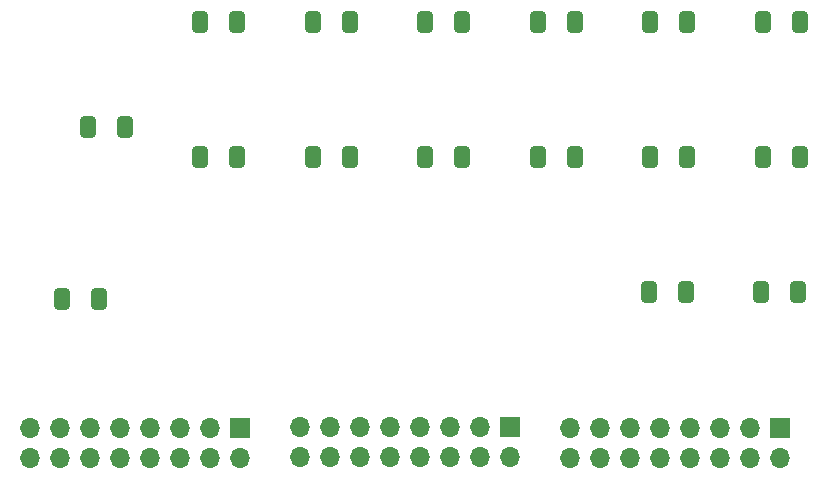
<source format=gbr>
%TF.GenerationSoftware,KiCad,Pcbnew,6.0.6-3a73a75311~116~ubuntu20.04.1*%
%TF.CreationDate,2022-07-29T20:39:59-07:00*%
%TF.ProjectId,ALUMux,414c554d-7578-42e6-9b69-6361645f7063,rev?*%
%TF.SameCoordinates,Original*%
%TF.FileFunction,Soldermask,Bot*%
%TF.FilePolarity,Negative*%
%FSLAX46Y46*%
G04 Gerber Fmt 4.6, Leading zero omitted, Abs format (unit mm)*
G04 Created by KiCad (PCBNEW 6.0.6-3a73a75311~116~ubuntu20.04.1) date 2022-07-29 20:39:59*
%MOMM*%
%LPD*%
G01*
G04 APERTURE LIST*
G04 Aperture macros list*
%AMRoundRect*
0 Rectangle with rounded corners*
0 $1 Rounding radius*
0 $2 $3 $4 $5 $6 $7 $8 $9 X,Y pos of 4 corners*
0 Add a 4 corners polygon primitive as box body*
4,1,4,$2,$3,$4,$5,$6,$7,$8,$9,$2,$3,0*
0 Add four circle primitives for the rounded corners*
1,1,$1+$1,$2,$3*
1,1,$1+$1,$4,$5*
1,1,$1+$1,$6,$7*
1,1,$1+$1,$8,$9*
0 Add four rect primitives between the rounded corners*
20,1,$1+$1,$2,$3,$4,$5,0*
20,1,$1+$1,$4,$5,$6,$7,0*
20,1,$1+$1,$6,$7,$8,$9,0*
20,1,$1+$1,$8,$9,$2,$3,0*%
G04 Aperture macros list end*
%ADD10R,1.700000X1.700000*%
%ADD11O,1.700000X1.700000*%
%ADD12RoundRect,0.250000X0.412500X0.650000X-0.412500X0.650000X-0.412500X-0.650000X0.412500X-0.650000X0*%
G04 APERTURE END LIST*
D10*
%TO.C,J3*%
X186690000Y-141035000D03*
D11*
X186690000Y-143575000D03*
X184150000Y-141035000D03*
X184150000Y-143575000D03*
X181610000Y-141035000D03*
X181610000Y-143575000D03*
X179070000Y-141035000D03*
X179070000Y-143575000D03*
X176530000Y-141035000D03*
X176530000Y-143575000D03*
X173990000Y-141035000D03*
X173990000Y-143575000D03*
X171450000Y-141035000D03*
X171450000Y-143575000D03*
X168910000Y-141035000D03*
X168910000Y-143575000D03*
%TD*%
D10*
%TO.C,J2*%
X163815000Y-140970000D03*
D11*
X163815000Y-143510000D03*
X161275000Y-140970000D03*
X161275000Y-143510000D03*
X158735000Y-140970000D03*
X158735000Y-143510000D03*
X156195000Y-140970000D03*
X156195000Y-143510000D03*
X153655000Y-140970000D03*
X153655000Y-143510000D03*
X151115000Y-140970000D03*
X151115000Y-143510000D03*
X148575000Y-140970000D03*
X148575000Y-143510000D03*
X146035000Y-140970000D03*
X146035000Y-143510000D03*
%TD*%
D10*
%TO.C,J1*%
X140970000Y-141035000D03*
D11*
X140970000Y-143575000D03*
X138430000Y-141035000D03*
X138430000Y-143575000D03*
X135890000Y-141035000D03*
X135890000Y-143575000D03*
X133350000Y-141035000D03*
X133350000Y-143575000D03*
X130810000Y-141035000D03*
X130810000Y-143575000D03*
X128270000Y-141035000D03*
X128270000Y-143575000D03*
X125730000Y-141035000D03*
X125730000Y-143575000D03*
X123190000Y-141035000D03*
X123190000Y-143575000D03*
%TD*%
D12*
%TO.C,C5*%
X188379500Y-118110000D03*
X185254500Y-118110000D03*
%TD*%
%TO.C,C15*%
X150279500Y-106680000D03*
X147154500Y-106680000D03*
%TD*%
%TO.C,C1*%
X131229500Y-115570000D03*
X128104500Y-115570000D03*
%TD*%
%TO.C,C10*%
X150279500Y-118110000D03*
X147154500Y-118110000D03*
%TD*%
%TO.C,C12*%
X188252500Y-129540000D03*
X185127500Y-129540000D03*
%TD*%
%TO.C,C13*%
X188379500Y-106680000D03*
X185254500Y-106680000D03*
%TD*%
%TO.C,C9*%
X129070500Y-130175000D03*
X125945500Y-130175000D03*
%TD*%
%TO.C,C11*%
X169329500Y-118110000D03*
X166204500Y-118110000D03*
%TD*%
%TO.C,C2*%
X178727500Y-129540000D03*
X175602500Y-129540000D03*
%TD*%
%TO.C,C16*%
X178854500Y-118110000D03*
X175729500Y-118110000D03*
%TD*%
%TO.C,C8*%
X140754500Y-118110000D03*
X137629500Y-118110000D03*
%TD*%
%TO.C,C7*%
X140754500Y-106680000D03*
X137629500Y-106680000D03*
%TD*%
%TO.C,C6*%
X159804500Y-106680000D03*
X156679500Y-106680000D03*
%TD*%
%TO.C,C3*%
X169329500Y-106680000D03*
X166204500Y-106680000D03*
%TD*%
%TO.C,C4*%
X159804500Y-118110000D03*
X156679500Y-118110000D03*
%TD*%
%TO.C,C14*%
X178854500Y-106680000D03*
X175729500Y-106680000D03*
%TD*%
M02*

</source>
